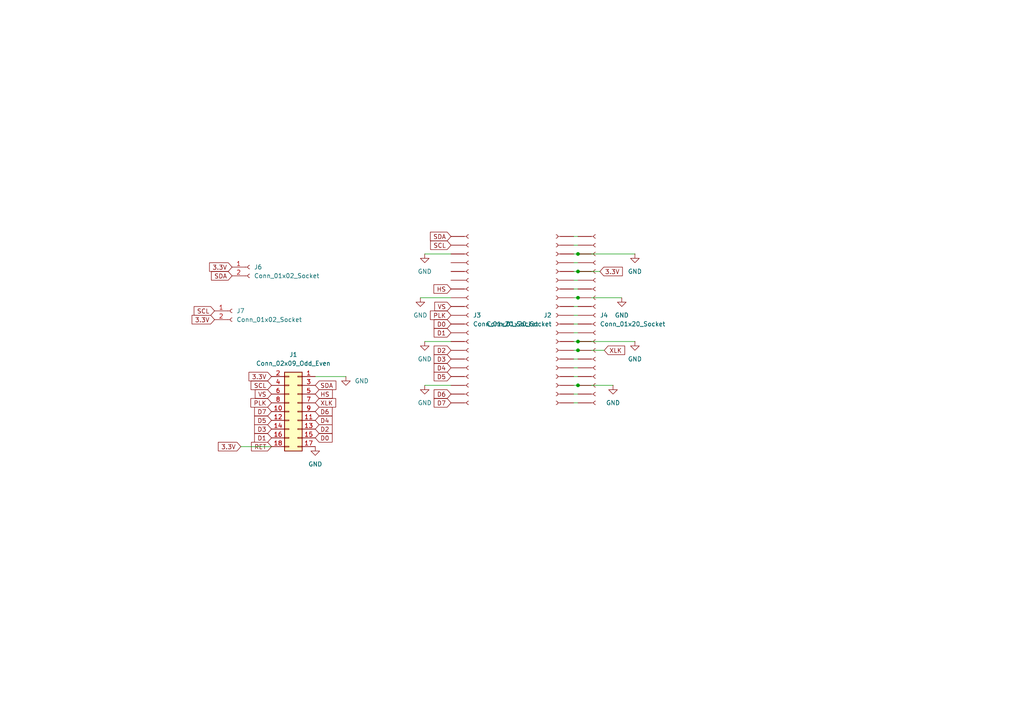
<source format=kicad_sch>
(kicad_sch (version 20231120) (generator "eeschema") (generator_version "8.0")
  (paper "A4")
  (lib_symbols
    (symbol "Conn_01x20_Socket_1" (pin_numbers hide) (pin_names (offset 1.016) hide)
      (property "Reference" "J" (at 0 25.4 0))
      (property "Value" "Conn_01x20_Socket" (at 0 -27.94 0))
      (symbol "Conn_01x20_Socket_1_1_1"
        (arc (start 0 -24.892) (mid -0.5058 -25.4) (end 0 -25.908) (stroke (width 0.1524)))
        (arc (start 0 -22.352) (mid -0.5058 -22.86) (end 0 -23.368) (stroke (width 0.1524)))
        (arc (start 0 -19.812) (mid -0.5058 -20.32) (end 0 -20.828) (stroke (width 0.1524)))
        (arc (start 0 -17.272) (mid -0.5058 -17.78) (end 0 -18.288) (stroke (width 0.1524)))
        (arc (start 0 -14.732) (mid -0.5058 -15.24) (end 0 -15.748) (stroke (width 0.1524)))
        (arc (start 0 -12.192) (mid -0.5058 -12.7) (end 0 -13.208) (stroke (width 0.1524)))
        (arc (start 0 -9.652) (mid -0.5058 -10.16) (end 0 -10.668) (stroke (width 0.1524)))
        (arc (start 0 -7.112) (mid -0.5058 -7.62) (end 0 -8.128) (stroke (width 0.1524)))
        (arc (start 0 -4.572) (mid -0.5058 -5.08) (end 0 -5.588) (stroke (width 0.1524)))
        (arc (start 0 -2.032) (mid -0.5058 -2.54) (end 0 -3.048) (stroke (width 0.1524)))
        (polyline (pts (xy -1.27 -25.4) (xy -0.508 -25.4)) (stroke (width 0.1524)))
        (polyline (pts (xy -1.27 -22.86) (xy -0.508 -22.86)) (stroke (width 0.1524)))
        (polyline (pts (xy -1.27 -20.32) (xy -0.508 -20.32)) (stroke (width 0.1524)))
        (polyline (pts (xy -1.27 -17.78) (xy -0.508 -17.78)) (stroke (width 0.1524)))
        (polyline (pts (xy -1.27 -15.24) (xy -0.508 -15.24)) (stroke (width 0.1524)))
        (polyline (pts (xy -1.27 -12.7) (xy -0.508 -12.7)) (stroke (width 0.1524)))
        (polyline (pts (xy -1.27 -10.16) (xy -0.508 -10.16)) (stroke (width 0.1524)))
        (polyline (pts (xy -1.27 -7.62) (xy -0.508 -7.62)) (stroke (width 0.1524)))
        (polyline (pts (xy -1.27 -5.08) (xy -0.508 -5.08)) (stroke (width 0.1524)))
        (polyline (pts (xy -1.27 -2.54) (xy -0.508 -2.54)) (stroke (width 0.1524)))
        (polyline (pts (xy -1.27 0) (xy -0.508 0)) (stroke (width 0.1524)))
        (polyline (pts (xy -1.27 2.54) (xy -0.508 2.54)) (stroke (width 0.1524)))
        (polyline (pts (xy -1.27 5.08) (xy -0.508 5.08)) (stroke (width 0.1524)))
        (polyline (pts (xy -1.27 7.62) (xy -0.508 7.62)) (stroke (width 0.1524)))
        (polyline (pts (xy -1.27 10.16) (xy -0.508 10.16)) (stroke (width 0.1524)))
        (polyline (pts (xy -1.27 12.7) (xy -0.508 12.7)) (stroke (width 0.1524)))
        (polyline (pts (xy -1.27 15.24) (xy -0.508 15.24)) (stroke (width 0.1524)))
        (polyline (pts (xy -1.27 17.78) (xy -0.508 17.78)) (stroke (width 0.1524)))
        (polyline (pts (xy -1.27 20.32) (xy -0.508 20.32)) (stroke (width 0.1524)))
        (polyline (pts (xy -1.27 22.86) (xy -0.508 22.86)) (stroke (width 0.1524)))
        (arc (start 0 0.508) (mid -0.5058 0) (end 0 -0.508) (stroke (width 0.1524)))
        (arc (start 0 3.048) (mid -0.5058 2.54) (end 0 2.032) (stroke (width 0.1524)))
        (arc (start 0 5.588) (mid -0.5058 5.08) (end 0 4.572) (stroke (width 0.1524)))
        (arc (start 0 8.128) (mid -0.5058 7.62) (end 0 7.112) (stroke (width 0.1524)))
        (arc (start 0 10.668) (mid -0.5058 10.16) (end 0 9.652) (stroke (width 0.1524)))
        (arc (start 0 13.208) (mid -0.5058 12.7) (end 0 12.192) (stroke (width 0.1524)))
        (arc (start 0 15.748) (mid -0.5058 15.24) (end 0 14.732) (stroke (width 0.1524)))
        (arc (start 0 18.288) (mid -0.5058 17.78) (end 0 17.272) (stroke (width 0.1524)))
        (arc (start 0 20.828) (mid -0.5058 20.32) (end 0 19.812) (stroke (width 0.1524)))
        (arc (start 0 23.368) (mid -0.5058 22.86) (end 0 22.352) (stroke (width 0.1524)))
        (pin passive line (at -5.08 22.86 0) (length 3.81) (name "Pin_1") (number "1"))
        (pin passive line (at -5.08 0 0) (length 3.81) (name "Pin_10") (number "10"))
        (pin passive line (at -5.08 -2.54 0) (length 3.81) (name "Pin_11") (number "11"))
        (pin passive line (at -5.08 -5.08 0) (length 3.81) (name "Pin_12") (number "12"))
        (pin passive line (at -5.08 -7.62 0) (length 3.81) (name "Pin_13") (number "13"))
        (pin passive line (at -5.08 -10.16 0) (length 3.81) (name "Pin_14") (number "14"))
        (pin passive line (at -5.08 -12.7 0) (length 3.81) (name "Pin_15") (number "15"))
        (pin passive line (at -5.08 -15.24 0) (length 3.81) (name "Pin_16") (number "16"))
        (pin passive line (at -5.08 -17.78 0) (length 3.81) (name "Pin_17") (number "17"))
        (pin passive line (at -5.08 -20.32 0) (length 3.81) (name "Pin_18") (number "18"))
        (pin passive line (at -5.08 -22.86 0) (length 3.81) (name "Pin_19") (number "19"))
        (pin passive line (at -5.08 20.32 0) (length 3.81) (name "Pin_2") (number "2"))
        (pin passive line (at -5.08 -25.4 0) (length 3.81) (name "Pin_20") (number "20"))
        (pin passive line (at -5.08 17.78 0) (length 3.81) (name "Pin_3") (number "3"))
        (pin passive line (at -5.08 15.24 0) (length 3.81) (name "Pin_4") (number "4"))
        (pin passive line (at -5.08 12.7 0) (length 3.81) (name "Pin_5") (number "5"))
        (pin passive line (at -5.08 10.16 0) (length 3.81) (name "Pin_6") (number "6"))
        (pin passive line (at -5.08 7.62 0) (length 3.81) (name "Pin_7") (number "7"))
        (pin passive line (at -5.08 5.08 0) (length 3.81) (name "Pin_8") (number "8"))
        (pin passive line (at -5.08 2.54 0) (length 3.81) (name "Pin_9") (number "9"))
      )
    )
    (symbol "Connector:Conn_01x02_Socket" (pin_names (offset 1.016) hide)
      (property "Reference" "J" (at 0 2.54 0))
      (property "Value" "Conn_01x02_Socket" (at 0 -5.08 0))
      (symbol "Conn_01x02_Socket_1_1"
        (arc (start 0 -2.032) (mid -0.5058 -2.54) (end 0 -3.048) (stroke (width 0.1524)))
        (polyline (pts (xy -1.27 -2.54) (xy -0.508 -2.54)) (stroke (width 0.1524)))
        (polyline (pts (xy -1.27 0) (xy -0.508 0)) (stroke (width 0.1524)))
        (arc (start 0 0.508) (mid -0.5058 0) (end 0 -0.508) (stroke (width 0.1524)))
        (pin passive line (at -5.08 0 0) (length 3.81) (name "Pin_1") (number "1"))
        (pin passive line (at -5.08 -2.54 0) (length 3.81) (name "Pin_2") (number "2"))
      )
    )
    (symbol "Connector:Conn_01x20_Socket" (pin_numbers hide) (pin_names (offset 1.016) hide)
      (property "Reference" "J" (at 0 25.4 0))
      (property "Value" "Conn_01x20_Socket" (at 0 -27.94 0))
      (symbol "Conn_01x20_Socket_1_1"
        (arc (start 0 -24.892) (mid -0.5058 -25.4) (end 0 -25.908) (stroke (width 0.1524)))
        (arc (start 0 -22.352) (mid -0.5058 -22.86) (end 0 -23.368) (stroke (width 0.1524)))
        (arc (start 0 -19.812) (mid -0.5058 -20.32) (end 0 -20.828) (stroke (width 0.1524)))
        (arc (start 0 -17.272) (mid -0.5058 -17.78) (end 0 -18.288) (stroke (width 0.1524)))
        (arc (start 0 -14.732) (mid -0.5058 -15.24) (end 0 -15.748) (stroke (width 0.1524)))
        (arc (start 0 -12.192) (mid -0.5058 -12.7) (end 0 -13.208) (stroke (width 0.1524)))
        (arc (start 0 -9.652) (mid -0.5058 -10.16) (end 0 -10.668) (stroke (width 0.1524)))
        (arc (start 0 -7.112) (mid -0.5058 -7.62) (end 0 -8.128) (stroke (width 0.1524)))
        (arc (start 0 -4.572) (mid -0.5058 -5.08) (end 0 -5.588) (stroke (width 0.1524)))
        (arc (start 0 -2.032) (mid -0.5058 -2.54) (end 0 -3.048) (stroke (width 0.1524)))
        (polyline (pts (xy -1.27 -25.4) (xy -0.508 -25.4)) (stroke (width 0.1524)))
        (polyline (pts (xy -1.27 -22.86) (xy -0.508 -22.86)) (stroke (width 0.1524)))
        (polyline (pts (xy -1.27 -20.32) (xy -0.508 -20.32)) (stroke (width 0.1524)))
        (polyline (pts (xy -1.27 -17.78) (xy -0.508 -17.78)) (stroke (width 0.1524)))
        (polyline (pts (xy -1.27 -15.24) (xy -0.508 -15.24)) (stroke (width 0.1524)))
        (polyline (pts (xy -1.27 -12.7) (xy -0.508 -12.7)) (stroke (width 0.1524)))
        (polyline (pts (xy -1.27 -10.16) (xy -0.508 -10.16)) (stroke (width 0.1524)))
        (polyline (pts (xy -1.27 -7.62) (xy -0.508 -7.62)) (stroke (width 0.1524)))
        (polyline (pts (xy -1.27 -5.08) (xy -0.508 -5.08)) (stroke (width 0.1524)))
        (polyline (pts (xy -1.27 -2.54) (xy -0.508 -2.54)) (stroke (width 0.1524)))
        (polyline (pts (xy -1.27 0) (xy -0.508 0)) (stroke (width 0.1524)))
        (polyline (pts (xy -1.27 2.54) (xy -0.508 2.54)) (stroke (width 0.1524)))
        (polyline (pts (xy -1.27 5.08) (xy -0.508 5.08)) (stroke (width 0.1524)))
        (polyline (pts (xy -1.27 7.62) (xy -0.508 7.62)) (stroke (width 0.1524)))
        (polyline (pts (xy -1.27 10.16) (xy -0.508 10.16)) (stroke (width 0.1524)))
        (polyline (pts (xy -1.27 12.7) (xy -0.508 12.7)) (stroke (width 0.1524)))
        (polyline (pts (xy -1.27 15.24) (xy -0.508 15.24)) (stroke (width 0.1524)))
        (polyline (pts (xy -1.27 17.78) (xy -0.508 17.78)) (stroke (width 0.1524)))
        (polyline (pts (xy -1.27 20.32) (xy -0.508 20.32)) (stroke (width 0.1524)))
        (polyline (pts (xy -1.27 22.86) (xy -0.508 22.86)) (stroke (width 0.1524)))
        (arc (start 0 0.508) (mid -0.5058 0) (end 0 -0.508) (stroke (width 0.1524)))
        (arc (start 0 3.048) (mid -0.5058 2.54) (end 0 2.032) (stroke (width 0.1524)))
        (arc (start 0 5.588) (mid -0.5058 5.08) (end 0 4.572) (stroke (width 0.1524)))
        (arc (start 0 8.128) (mid -0.5058 7.62) (end 0 7.112) (stroke (width 0.1524)))
        (arc (start 0 10.668) (mid -0.5058 10.16) (end 0 9.652) (stroke (width 0.1524)))
        (arc (start 0 13.208) (mid -0.5058 12.7) (end 0 12.192) (stroke (width 0.1524)))
        (arc (start 0 15.748) (mid -0.5058 15.24) (end 0 14.732) (stroke (width 0.1524)))
        (arc (start 0 18.288) (mid -0.5058 17.78) (end 0 17.272) (stroke (width 0.1524)))
        (arc (start 0 20.828) (mid -0.5058 20.32) (end 0 19.812) (stroke (width 0.1524)))
        (arc (start 0 23.368) (mid -0.5058 22.86) (end 0 22.352) (stroke (width 0.1524)))
        (pin passive line (at -5.08 22.86 0) (length 3.81) (name "Pin_1") (number "1"))
        (pin passive line (at -5.08 0 0) (length 3.81) (name "Pin_10") (number "10"))
        (pin passive line (at -5.08 -2.54 0) (length 3.81) (name "Pin_11") (number "11"))
        (pin passive line (at -5.08 -5.08 0) (length 3.81) (name "Pin_12") (number "12"))
        (pin passive line (at -5.08 -7.62 0) (length 3.81) (name "Pin_13") (number "13"))
        (pin passive line (at -5.08 -10.16 0) (length 3.81) (name "Pin_14") (number "14"))
        (pin passive line (at -5.08 -12.7 0) (length 3.81) (name "Pin_15") (number "15"))
        (pin passive line (at -5.08 -15.24 0) (length 3.81) (name "Pin_16") (number "16"))
        (pin passive line (at -5.08 -17.78 0) (length 3.81) (name "Pin_17") (number "17"))
        (pin passive line (at -5.08 -20.32 0) (length 3.81) (name "Pin_18") (number "18"))
        (pin passive line (at -5.08 -22.86 0) (length 3.81) (name "Pin_19") (number "19"))
        (pin passive line (at -5.08 20.32 0) (length 3.81) (name "Pin_2") (number "2"))
        (pin passive line (at -5.08 -25.4 0) (length 3.81) (name "Pin_20") (number "20"))
        (pin passive line (at -5.08 17.78 0) (length 3.81) (name "Pin_3") (number "3"))
        (pin passive line (at -5.08 15.24 0) (length 3.81) (name "Pin_4") (number "4"))
        (pin passive line (at -5.08 12.7 0) (length 3.81) (name "Pin_5") (number "5"))
        (pin passive line (at -5.08 10.16 0) (length 3.81) (name "Pin_6") (number "6"))
        (pin passive line (at -5.08 7.62 0) (length 3.81) (name "Pin_7") (number "7"))
        (pin passive line (at -5.08 5.08 0) (length 3.81) (name "Pin_8") (number "8"))
        (pin passive line (at -5.08 2.54 0) (length 3.81) (name "Pin_9") (number "9"))
      )
    )
    (symbol "Connector_Generic:Conn_02x09_Odd_Even" (pin_names (offset 1.016) hide)
      (property "Reference" "J" (at 1.27 12.7 0))
      (property "Value" "Conn_02x09_Odd_Even" (at 1.27 -12.7 0))
      (symbol "Conn_02x09_Odd_Even_1_1"
        (rectangle (start -1.27 -10.033) (end 0 -10.287) (stroke (width 0.1524)))
        (rectangle (start -1.27 -7.493) (end 0 -7.747) (stroke (width 0.1524)))
        (rectangle (start -1.27 -4.953) (end 0 -5.207) (stroke (width 0.1524)))
        (rectangle (start -1.27 -2.413) (end 0 -2.667) (stroke (width 0.1524)))
        (rectangle (start -1.27 0.127) (end 0 -0.127) (stroke (width 0.1524)))
        (rectangle (start -1.27 2.667) (end 0 2.413) (stroke (width 0.1524)))
        (rectangle (start -1.27 5.207) (end 0 4.953) (stroke (width 0.1524)))
        (rectangle (start -1.27 7.747) (end 0 7.493) (stroke (width 0.1524)))
        (rectangle (start -1.27 10.287) (end 0 10.033) (stroke (width 0.1524)))
        (rectangle (start -1.27 11.43) (end 3.81 -11.43) (stroke (width 0.254)) (fill (type background)))
        (rectangle (start 3.81 -10.033) (end 2.54 -10.287) (stroke (width 0.1524)))
        (rectangle (start 3.81 -7.493) (end 2.54 -7.747) (stroke (width 0.1524)))
        (rectangle (start 3.81 -4.953) (end 2.54 -5.207) (stroke (width 0.1524)))
        (rectangle (start 3.81 -2.413) (end 2.54 -2.667) (stroke (width 0.1524)))
        (rectangle (start 3.81 0.127) (end 2.54 -0.127) (stroke (width 0.1524)))
        (rectangle (start 3.81 2.667) (end 2.54 2.413) (stroke (width 0.1524)))
        (rectangle (start 3.81 5.207) (end 2.54 4.953) (stroke (width 0.1524)))
        (rectangle (start 3.81 7.747) (end 2.54 7.493) (stroke (width 0.1524)))
        (rectangle (start 3.81 10.287) (end 2.54 10.033) (stroke (width 0.1524)))
        (pin passive line (at -5.08 10.16 0) (length 3.81) (name "Pin_1") (number "1"))
        (pin passive line (at 7.62 0 180) (length 3.81) (name "Pin_10") (number "10"))
        (pin passive line (at -5.08 -2.54 0) (length 3.81) (name "Pin_11") (number "11"))
        (pin passive line (at 7.62 -2.54 180) (length 3.81) (name "Pin_12") (number "12"))
        (pin passive line (at -5.08 -5.08 0) (length 3.81) (name "Pin_13") (number "13"))
        (pin passive line (at 7.62 -5.08 180) (length 3.81) (name "Pin_14") (number "14"))
        (pin passive line (at -5.08 -7.62 0) (length 3.81) (name "Pin_15") (number "15"))
        (pin passive line (at 7.62 -7.62 180) (length 3.81) (name "Pin_16") (number "16"))
        (pin passive line (at -5.08 -10.16 0) (length 3.81) (name "Pin_17") (number "17"))
        (pin passive line (at 7.62 -10.16 180) (length 3.81) (name "Pin_18") (number "18"))
        (pin passive line (at 7.62 10.16 180) (length 3.81) (name "Pin_2") (number "2"))
        (pin passive line (at -5.08 7.62 0) (length 3.81) (name "Pin_3") (number "3"))
        (pin passive line (at 7.62 7.62 180) (length 3.81) (name "Pin_4") (number "4"))
        (pin passive line (at -5.08 5.08 0) (length 3.81) (name "Pin_5") (number "5"))
        (pin passive line (at 7.62 5.08 180) (length 3.81) (name "Pin_6") (number "6"))
        (pin passive line (at -5.08 2.54 0) (length 3.81) (name "Pin_7") (number "7"))
        (pin passive line (at 7.62 2.54 180) (length 3.81) (name "Pin_8") (number "8"))
        (pin passive line (at -5.08 0 0) (length 3.81) (name "Pin_9") (number "9"))
      )
    )
    (symbol "power:GND" (power) (pin_numbers hide) (pin_names (offset 0) hide)
      (property "Value" "GND" (at 0 -3.81 0))
      (symbol "GND_0_1"
        (polyline (pts (xy 0 0) (xy 0 -1.27) (xy 1.27 -1.27) (xy 0 -2.54) (xy -1.27 -1.27) (xy 0 -1.27)))
      )
      (symbol "GND_1_1"
        (pin power_in line (at 0 0 270) (length 0) (name "~") (number "1"))
      )
    )
  )
  (junction (at 167.64 73.66))
  (junction (at 167.64 111.76))
  (junction (at 167.64 86.36))
  (junction (at 167.64 78.74))
  (junction (at 167.64 99.06))
  (junction (at 167.64 101.6))
  (wire (pts (xy 166.37 116.84) (xy 167.64 116.84)))
  (wire (pts (xy 166.37 93.98) (xy 167.64 93.98)))
  (wire (pts (xy 167.64 101.6) (xy 175.26 101.6)))
  (wire (pts (xy 166.37 99.06) (xy 167.64 99.06)))
  (wire (pts (xy 166.37 104.14) (xy 167.64 104.14)))
  (wire (pts (xy 123.19 73.66) (xy 130.81 73.66)))
  (wire (pts (xy 166.37 106.68) (xy 167.64 106.68)))
  (wire (pts (xy 167.64 73.66) (xy 184.15 73.66)))
  (wire (pts (xy 184.15 99.06) (xy 167.64 99.06)))
  (wire (pts (xy 166.37 101.6) (xy 167.64 101.6)))
  (wire (pts (xy 166.37 76.2) (xy 167.64 76.2)))
  (wire (pts (xy 123.19 111.76) (xy 130.81 111.76)))
  (wire (pts (xy 166.37 96.52) (xy 167.64 96.52)))
  (wire (pts (xy 166.37 78.74) (xy 167.64 78.74)))
  (wire (pts (xy 121.92 86.36) (xy 130.81 86.36)))
  (wire (pts (xy 166.37 109.22) (xy 167.64 109.22)))
  (wire (pts (xy 180.34 86.36) (xy 167.64 86.36)))
  (wire (pts (xy 166.37 71.12) (xy 167.64 71.12)))
  (wire (pts (xy 166.37 81.28) (xy 167.64 81.28)))
  (wire (pts (xy 166.37 114.3) (xy 167.64 114.3)))
  (wire (pts (xy 166.37 86.36) (xy 167.64 86.36)))
  (wire (pts (xy 69.85 129.54) (xy 78.74 129.54)))
  (wire (pts (xy 173.99 78.74) (xy 167.64 78.74)))
  (wire (pts (xy 166.37 68.58) (xy 167.64 68.58)))
  (wire (pts (xy 123.19 99.06) (xy 130.81 99.06)))
  (wire (pts (xy 100.33 109.22) (xy 91.44 109.22)))
  (wire (pts (xy 166.37 91.44) (xy 167.64 91.44)))
  (wire (pts (xy 166.37 83.82) (xy 167.64 83.82)))
  (wire (pts (xy 166.37 111.76) (xy 167.64 111.76)))
  (wire (pts (xy 166.37 88.9) (xy 167.64 88.9)))
  (wire (pts (xy 166.37 73.66) (xy 167.64 73.66)))
  (wire (pts (xy 177.8 111.76) (xy 167.64 111.76)))
  (global_label "XLK" (shape input) (at 175.26 101.6 0) (property "Intersheetrefs" "${INTERSHEET_REFS}" (effects (hide yes))))
  (global_label "HS" (shape input) (at 91.44 114.3 0) (property "Intersheetrefs" "${INTERSHEET_REFS}" (effects (hide yes))))
  (global_label "HS" (shape input) (at 130.81 83.82 180) (property "Intersheetrefs" "${INTERSHEET_REFS}" (effects (hide yes))))
  (global_label "D5" (shape input) (at 130.81 109.22 180) (property "Intersheetrefs" "${INTERSHEET_REFS}" (effects (hide yes))))
  (global_label "RET" (shape input) (at 78.74 129.54 180) (property "Intersheetrefs" "${INTERSHEET_REFS}" (effects (hide yes))))
  (global_label "SDA" (shape input) (at 130.81 68.58 180) (property "Intersheetrefs" "${INTERSHEET_REFS}" (effects (hide yes))))
  (global_label "D1" (shape input) (at 130.81 96.52 180) (property "Intersheetrefs" "${INTERSHEET_REFS}" (effects (hide yes))))
  (global_label "D7" (shape input) (at 78.74 119.38 180) (property "Intersheetrefs" "${INTERSHEET_REFS}" (effects (hide yes))))
  (global_label "3.3V" (shape input) (at 173.99 78.74 0) (property "Intersheetrefs" "${INTERSHEET_REFS}" (effects (hide yes))))
  (global_label "D3" (shape input) (at 130.81 104.14 180) (property "Intersheetrefs" "${INTERSHEET_REFS}" (effects (hide yes))))
  (global_label "D4" (shape input) (at 130.81 106.68 180) (property "Intersheetrefs" "${INTERSHEET_REFS}" (effects (hide yes))))
  (global_label "SCL" (shape input) (at 78.74 111.76 180) (property "Intersheetrefs" "${INTERSHEET_REFS}" (effects (hide yes))))
  (global_label "3.3V" (shape input) (at 62.23 92.71 180) (property "Intersheetrefs" "${INTERSHEET_REFS}" (effects (hide yes))))
  (global_label "D1" (shape input) (at 78.74 127 180) (property "Intersheetrefs" "${INTERSHEET_REFS}" (effects (hide yes))))
  (global_label "3.3V" (shape input) (at 69.85 129.54 180) (property "Intersheetrefs" "${INTERSHEET_REFS}" (effects (hide yes))))
  (global_label "PLK" (shape input) (at 130.81 91.44 180) (property "Intersheetrefs" "${INTERSHEET_REFS}" (effects (hide yes))))
  (global_label "D0" (shape input) (at 130.81 93.98 180) (property "Intersheetrefs" "${INTERSHEET_REFS}" (effects (hide yes))))
  (global_label "3.3V" (shape input) (at 78.74 109.22 180) (property "Intersheetrefs" "${INTERSHEET_REFS}" (effects (hide yes))))
  (global_label "D3" (shape input) (at 78.74 124.46 180) (property "Intersheetrefs" "${INTERSHEET_REFS}" (effects (hide yes))))
  (global_label "D0" (shape input) (at 91.44 127 0) (property "Intersheetrefs" "${INTERSHEET_REFS}" (effects (hide yes))))
  (global_label "PLK" (shape input) (at 78.74 116.84 180) (property "Intersheetrefs" "${INTERSHEET_REFS}" (effects (hide yes))))
  (global_label "D6" (shape input) (at 91.44 119.38 0) (property "Intersheetrefs" "${INTERSHEET_REFS}" (effects (hide yes))))
  (global_label "VS" (shape input) (at 78.74 114.3 180) (property "Intersheetrefs" "${INTERSHEET_REFS}" (effects (hide yes))))
  (global_label "D4" (shape input) (at 91.44 121.92 0) (property "Intersheetrefs" "${INTERSHEET_REFS}" (effects (hide yes))))
  (global_label "D7" (shape input) (at 130.81 116.84 180) (property "Intersheetrefs" "${INTERSHEET_REFS}" (effects (hide yes))))
  (global_label "D2" (shape input) (at 130.81 101.6 180) (property "Intersheetrefs" "${INTERSHEET_REFS}" (effects (hide yes))))
  (global_label "3.3V" (shape input) (at 67.31 77.47 180) (property "Intersheetrefs" "${INTERSHEET_REFS}" (effects (hide yes))))
  (global_label "D2" (shape input) (at 91.44 124.46 0) (property "Intersheetrefs" "${INTERSHEET_REFS}" (effects (hide yes))))
  (global_label "SDA" (shape input) (at 91.44 111.76 0) (property "Intersheetrefs" "${INTERSHEET_REFS}" (effects (hide yes))))
  (global_label "SDA" (shape input) (at 67.31 80.01 180) (property "Intersheetrefs" "${INTERSHEET_REFS}" (effects (hide yes))))
  (global_label "XLK" (shape input) (at 91.44 116.84 0) (property "Intersheetrefs" "${INTERSHEET_REFS}" (effects (hide yes))))
  (global_label "D6" (shape input) (at 130.81 114.3 180) (property "Intersheetrefs" "${INTERSHEET_REFS}" (effects (hide yes))))
  (global_label "SCL" (shape input) (at 62.23 90.17 180) (property "Intersheetrefs" "${INTERSHEET_REFS}" (effects (hide yes))))
  (global_label "VS" (shape input) (at 130.81 88.9 180) (property "Intersheetrefs" "${INTERSHEET_REFS}" (effects (hide yes))))
  (global_label "SCL" (shape input) (at 130.81 71.12 180) (property "Intersheetrefs" "${INTERSHEET_REFS}" (effects (hide yes))))
  (global_label "D5" (shape input) (at 78.74 121.92 180) (property "Intersheetrefs" "${INTERSHEET_REFS}" (effects (hide yes))))
  (symbol (lib_name "Conn_01x20_Socket_1") (lib_id "Connector:Conn_01x20_Socket") (at 172.72 91.44 0) (unit 1)
    (property "Reference" "J4" (at 173.99 91.4399 0) (effects (justify left)))
    (property "Value" "Conn_01x20_Socket" (at 173.99 93.9799 0) (effects (justify left)))
    (property "Footprint" "Connector_PinSocket_2.54mm:PinSocket_1x20_P2.54mm_Vertical" (effects (hide yes)))
    (property "Description" "Generic connector, single row, 01x20, script generated" (effects (hide yes)))
  )
  (symbol (lib_id "power:GND") (at 177.8 111.76 0) (unit 1)
    (property "Reference" "#PWR01" (effects (hide yes)))
    (property "Value" "GND" (at 177.8 116.84 0))
    (property "Description" "Power symbol creates a global label with name \"GND\" , ground" (effects (hide yes)))
  )
  (symbol (lib_id "power:GND") (at 91.44 129.54 0) (unit 1)
    (property "Reference" "#PWR02" (effects (hide yes)))
    (property "Value" "GND" (at 91.44 134.62 0))
    (property "Description" "Power symbol creates a global label with name \"GND\" , ground" (effects (hide yes)))
  )
  (symbol (lib_id "power:GND") (at 100.33 109.22 0) (unit 1)
    (property "Reference" "#PWR03" (effects (hide yes)))
    (property "Value" "GND" (at 102.87 110.4899 0) (effects (justify left)))
    (property "Description" "Power symbol creates a global label with name \"GND\" , ground" (effects (hide yes)))
  )
  (symbol (lib_id "power:GND") (at 121.92 86.36 0) (mirror y) (unit 1)
    (property "Reference" "#PWR07" (effects (hide yes)))
    (property "Value" "GND" (at 121.92 91.44 0))
    (property "Description" "Power symbol creates a global label with name \"GND\" , ground" (effects (hide yes)))
  )
  (symbol (lib_id "power:GND") (at 184.15 73.66 0) (unit 1)
    (property "Reference" "#PWR05" (effects (hide yes)))
    (property "Value" "GND" (at 184.15 78.74 0))
    (property "Description" "Power symbol creates a global label with name \"GND\" , ground" (effects (hide yes)))
  )
  (symbol (lib_id "power:GND") (at 123.19 73.66 0) (mirror y) (unit 1)
    (property "Reference" "#PWR06" (effects (hide yes)))
    (property "Value" "GND" (at 123.19 78.74 0))
    (property "Description" "Power symbol creates a global label with name \"GND\" , ground" (effects (hide yes)))
  )
  (symbol (lib_id "Connector:Conn_01x20_Socket") (at 135.89 91.44 0) (unit 1)
    (property "Reference" "J3" (at 137.16 91.4399 0) (effects (justify left)))
    (property "Value" "Conn_01x20_Socket" (at 137.16 93.9799 0) (effects (justify left)))
    (property "Footprint" "Connector_PinSocket_2.54mm:PinSocket_1x20_P2.54mm_Vertical" (effects (hide yes)))
    (property "Description" "Generic connector, single row, 01x20, script generated" (effects (hide yes)))
  )
  (symbol (lib_id "power:GND") (at 123.19 111.76 0) (mirror y) (unit 1)
    (property "Reference" "#PWR09" (effects (hide yes)))
    (property "Value" "GND" (at 123.19 116.84 0))
    (property "Description" "Power symbol creates a global label with name \"GND\" , ground" (effects (hide yes)))
  )
  (symbol (lib_name "Conn_01x20_Socket_1") (lib_id "Connector:Conn_01x20_Socket") (at 161.29 91.44 0) (mirror y) (unit 1)
    (property "Reference" "J2" (at 160.02 91.4399 0) (effects (justify left)))
    (property "Value" "Conn_01x20_Socket" (at 160.02 93.9799 0) (effects (justify left)))
    (property "Footprint" "Connector_PinSocket_2.54mm:PinSocket_1x20_P2.54mm_Vertical" (effects (hide yes)))
    (property "Description" "Generic connector, single row, 01x20, script generated" (effects (hide yes)))
  )
  (symbol (lib_id "power:GND") (at 123.19 99.06 0) (mirror y) (unit 1)
    (property "Reference" "#PWR08" (effects (hide yes)))
    (property "Value" "GND" (at 123.19 104.14 0))
    (property "Description" "Power symbol creates a global label with name \"GND\" , ground" (effects (hide yes)))
  )
  (symbol (lib_id "Connector:Conn_01x02_Socket") (at 72.39 77.47 0) (unit 1)
    (property "Reference" "J6" (at 73.66 77.4699 0) (effects (justify left)))
    (property "Value" "Conn_01x02_Socket" (at 73.66 80.0099 0) (effects (justify left)))
    (property "Footprint" "Connector_PinSocket_2.54mm:PinSocket_1x02_P2.54mm_Vertical" (effects (hide yes)))
    (property "Description" "Generic connector, single row, 01x02, script generated" (effects (hide yes)))
  )
  (symbol (lib_id "power:GND") (at 180.34 86.36 0) (unit 1)
    (property "Reference" "#PWR010" (effects (hide yes)))
    (property "Value" "GND" (at 180.34 91.44 0))
    (property "Description" "Power symbol creates a global label with name \"GND\" , ground" (effects (hide yes)))
  )
  (symbol (lib_id "power:GND") (at 184.15 99.06 0) (unit 1)
    (property "Reference" "#PWR04" (effects (hide yes)))
    (property "Value" "GND" (at 184.15 104.14 0))
    (property "Description" "Power symbol creates a global label with name \"GND\" , ground" (effects (hide yes)))
  )
  (symbol (lib_id "Connector:Conn_01x02_Socket") (at 67.31 90.17 0) (unit 1)
    (property "Reference" "J7" (at 68.58 90.1699 0) (effects (justify left)))
    (property "Value" "Conn_01x02_Socket" (at 68.58 92.7099 0) (effects (justify left)))
    (property "Footprint" "Connector_PinSocket_2.54mm:PinSocket_1x02_P2.54mm_Vertical" (effects (hide yes)))
    (property "Description" "Generic connector, single row, 01x02, script generated" (effects (hide yes)))
  )
  (symbol (lib_id "Connector_Generic:Conn_02x09_Odd_Even") (at 86.36 119.38 0) (mirror y) (unit 1)
    (property "Reference" "J1" (at 85.09 102.87 0))
    (property "Value" "Conn_02x09_Odd_Even" (at 85.09 105.41 0))
    (property "Footprint" "Connector_PinSocket_2.54mm:PinSocket_2x09_P2.54mm_Vertical" (effects (hide yes)))
    (property "Description" "Generic connector, double row, 02x09, odd/even pin numbering scheme (row 1 odd numbers, row 2 even numbers), script generated (kicad-library-utils/schlib/autogen/connector/)" (effects (hide yes)))
  )
)
</source>
